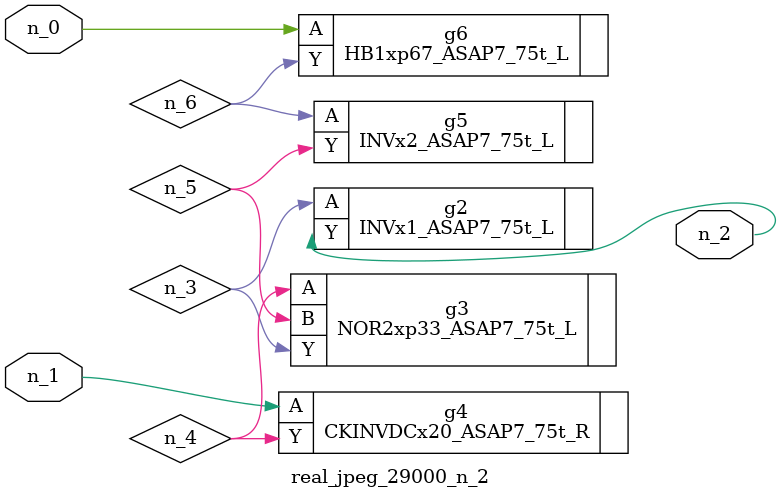
<source format=v>
module real_jpeg_29000_n_2 (n_1, n_0, n_2);

input n_1;
input n_0;

output n_2;

wire n_5;
wire n_4;
wire n_6;
wire n_3;

HB1xp67_ASAP7_75t_L g6 ( 
.A(n_0),
.Y(n_6)
);

CKINVDCx20_ASAP7_75t_R g4 ( 
.A(n_1),
.Y(n_4)
);

INVx1_ASAP7_75t_L g2 ( 
.A(n_3),
.Y(n_2)
);

NOR2xp33_ASAP7_75t_L g3 ( 
.A(n_4),
.B(n_5),
.Y(n_3)
);

INVx2_ASAP7_75t_L g5 ( 
.A(n_6),
.Y(n_5)
);


endmodule
</source>
